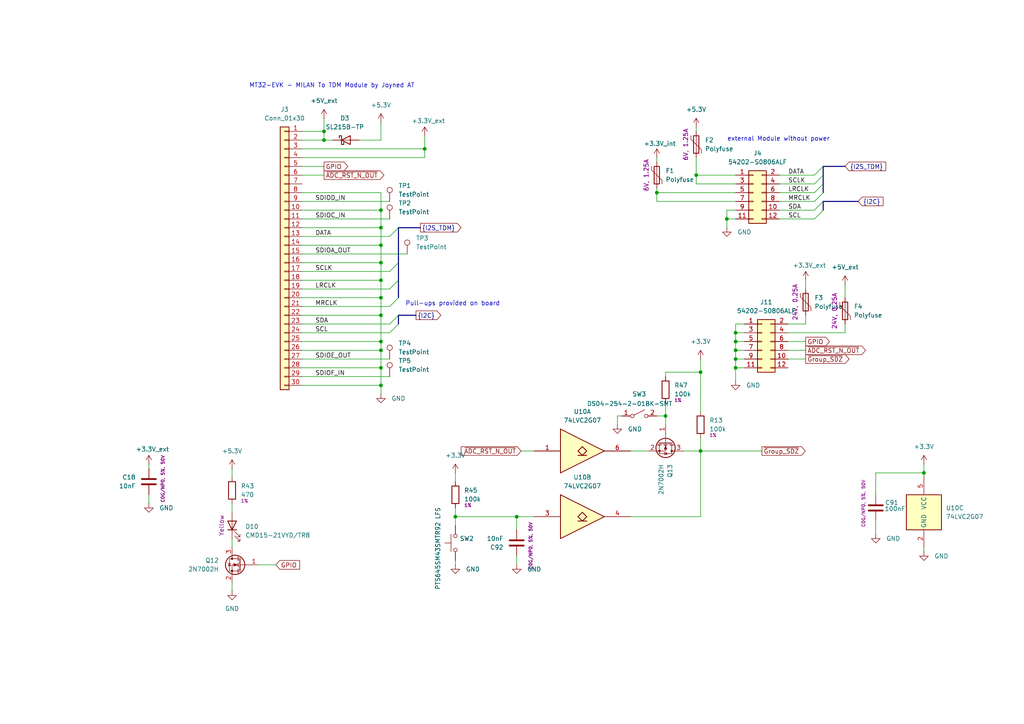
<source format=kicad_sch>
(kicad_sch (version 20250114) (generator "eeschema") (generator_version "9.0")
  (paper "A4")
  (title_block (title "Nathophone Driver Board") (date "2025-10-13") (rev "v0") (company "Juventus Technikerschule HF"))
  (lib_symbols
    (symbol "74xGxx:74LVC2G07"
      (property "Reference" "U" (at 0 7.62 0))
      (property "Value" "74LVC2G07" (at 2.54 -7.62 0))
      (symbol "74LVC2G07_1_1"
        (polyline (pts (xy -7.62 6.35) (xy -7.62 -6.35) (xy 5.08 0) (xy -7.62 6.35)) (stroke (width 0.254)) (fill (type background)))
        (polyline (pts (xy -2.54 -1.27) (xy 0 -1.27)) (stroke (width 0.254)) (fill (type background)))
        (polyline (pts (xy -1.27 1.27) (xy -2.54 0) (xy -1.27 -1.27) (xy 0 0) (xy -1.27 1.27)) (stroke (width 0.254)) (fill (type background)))
        (pin input line (at -15.24 0 0) (length 7.62) (name "~") (number "1"))
        (pin open_collector line (at 12.7 0 180) (length 7.62) (name "~") (number "6"))
      )
      (symbol "74LVC2G07_2_1"
        (polyline (pts (xy -7.62 6.35) (xy -7.62 -6.35) (xy 5.08 0) (xy -7.62 6.35)) (stroke (width 0.254)) (fill (type background)))
        (polyline (pts (xy -2.54 -1.27) (xy 0 -1.27)) (stroke (width 0.254)) (fill (type background)))
        (polyline (pts (xy -1.27 1.27) (xy -2.54 0) (xy -1.27 -1.27) (xy 0 0) (xy -1.27 1.27)) (stroke (width 0.254)) (fill (type background)))
        (pin input line (at -15.24 0 0) (length 7.62) (name "~") (number "3"))
        (pin open_collector line (at 12.7 0 180) (length 7.62) (name "~") (number "4"))
      )
      (symbol "74LVC2G07_3_0"
        (rectangle (start -5.08 -5.08) (end 5.08 5.08) (stroke (width 0.254)) (fill (type background)))
      )
      (symbol "74LVC2G07_3_1"
        (pin power_in line (at 0 10.16 270) (length 5.08) (name "VCC") (number "5"))
        (pin power_in line (at 0 -10.16 90) (length 5.08) (name "GND") (number "2"))
      )
    )
    (symbol "Connector:TestPoint" (pin_numbers (hide yes)) (pin_names (offset 0.762) (hide yes))
      (property "Reference" "TP" (at 0 6.858 0))
      (property "Value" "TestPoint" (at 0 5.08 0))
      (symbol "TestPoint_0_1"
        (circle (center 0 3.302) (radius 0.762))
      )
      (symbol "TestPoint_1_1"
        (pin passive line (at 0 0 90) (length 2.54) (name "1") (number "1"))
      )
    )
    (symbol "Connector_Generic:Conn_01x30" (pin_names (offset 1.016) (hide yes))
      (property "Reference" "J" (at 0 38.1 0))
      (property "Value" "Conn_01x30" (at 0 -40.64 0))
      (symbol "Conn_01x30_1_1"
        (rectangle (start -1.27 36.83) (end 1.27 -39.37) (stroke (width 0.254)) (fill (type background)))
        (rectangle (start -1.27 35.687) (end 0 35.433) (stroke (width 0.1524)))
        (rectangle (start -1.27 33.147) (end 0 32.893) (stroke (width 0.1524)))
        (rectangle (start -1.27 30.607) (end 0 30.353) (stroke (width 0.1524)))
        (rectangle (start -1.27 28.067) (end 0 27.813) (stroke (width 0.1524)))
        (rectangle (start -1.27 25.527) (end 0 25.273) (stroke (width 0.1524)))
        (rectangle (start -1.27 22.987) (end 0 22.733) (stroke (width 0.1524)))
        (rectangle (start -1.27 20.447) (end 0 20.193) (stroke (width 0.1524)))
        (rectangle (start -1.27 17.907) (end 0 17.653) (stroke (width 0.1524)))
        (rectangle (start -1.27 15.367) (end 0 15.113) (stroke (width 0.1524)))
        (rectangle (start -1.27 12.827) (end 0 12.573) (stroke (width 0.1524)))
        (rectangle (start -1.27 10.287) (end 0 10.033) (stroke (width 0.1524)))
        (rectangle (start -1.27 7.747) (end 0 7.493) (stroke (width 0.1524)))
        (rectangle (start -1.27 5.207) (end 0 4.953) (stroke (width 0.1524)))
        (rectangle (start -1.27 2.667) (end 0 2.413) (stroke (width 0.1524)))
        (rectangle (start -1.27 0.127) (end 0 -0.127) (stroke (width 0.1524)))
        (rectangle (start -1.27 -2.413) (end 0 -2.667) (stroke (width 0.1524)))
        (rectangle (start -1.27 -4.953) (end 0 -5.207) (stroke (width 0.1524)))
        (rectangle (start -1.27 -7.493) (end 0 -7.747) (stroke (width 0.1524)))
        (rectangle (start -1.27 -10.033) (end 0 -10.287) (stroke (width 0.1524)))
        (rectangle (start -1.27 -12.573) (end 0 -12.827) (stroke (width 0.1524)))
        (rectangle (start -1.27 -15.113) (end 0 -15.367) (stroke (width 0.1524)))
        (rectangle (start -1.27 -17.653) (end 0 -17.907) (stroke (width 0.1524)))
        (rectangle (start -1.27 -20.193) (end 0 -20.447) (stroke (width 0.1524)))
        (rectangle (start -1.27 -22.733) (end 0 -22.987) (stroke (width 0.1524)))
        (rectangle (start -1.27 -25.273) (end 0 -25.527) (stroke (width 0.1524)))
        (rectangle (start -1.27 -27.813) (end 0 -28.067) (stroke (width 0.1524)))
        (rectangle (start -1.27 -30.353) (end 0 -30.607) (stroke (width 0.1524)))
        (rectangle (start -1.27 -32.893) (end 0 -33.147) (stroke (width 0.1524)))
        (rectangle (start -1.27 -35.433) (end 0 -35.687) (stroke (width 0.1524)))
        (rectangle (start -1.27 -37.973) (end 0 -38.227) (stroke (width 0.1524)))
        (pin passive line (at -5.08 35.56 0) (length 3.81) (name "Pin_1") (number "1"))
        (pin passive line (at -5.08 33.02 0) (length 3.81) (name "Pin_2") (number "2"))
        (pin passive line (at -5.08 30.48 0) (length 3.81) (name "Pin_3") (number "3"))
        (pin passive line (at -5.08 27.94 0) (length 3.81) (name "Pin_4") (number "4"))
        (pin passive line (at -5.08 25.4 0) (length 3.81) (name "Pin_5") (number "5"))
        (pin passive line (at -5.08 22.86 0) (length 3.81) (name "Pin_6") (number "6"))
        (pin passive line (at -5.08 20.32 0) (length 3.81) (name "Pin_7") (number "7"))
        (pin passive line (at -5.08 17.78 0) (length 3.81) (name "Pin_8") (number "8"))
        (pin passive line (at -5.08 15.24 0) (length 3.81) (name "Pin_9") (number "9"))
        (pin passive line (at -5.08 12.7 0) (length 3.81) (name "Pin_10") (number "10"))
        (pin passive line (at -5.08 10.16 0) (length 3.81) (name "Pin_11") (number "11"))
        (pin passive line (at -5.08 7.62 0) (length 3.81) (name "Pin_12") (number "12"))
        (pin passive line (at -5.08 5.08 0) (length 3.81) (name "Pin_13") (number "13"))
        (pin passive line (at -5.08 2.54 0) (length 3.81) (name "Pin_14") (number "14"))
        (pin passive line (at -5.08 0 0) (length 3.81) (name "Pin_15") (number "15"))
        (pin passive line (at -5.08 -2.54 0) (length 3.81) (name "Pin_16") (number "16"))
        (pin passive line (at -5.08 -5.08 0) (length 3.81) (name "Pin_17") (number "17"))
        (pin passive line (at -5.08 -7.62 0) (length 3.81) (name "Pin_18") (number "18"))
        (pin passive line (at -5.08 -10.16 0) (length 3.81) (name "Pin_19") (number "19"))
        (pin passive line (at -5.08 -12.7 0) (length 3.81) (name "Pin_20") (number "20"))
        (pin passive line (at -5.08 -15.24 0) (length 3.81) (name "Pin_21") (number "21"))
        (pin passive line (at -5.08 -17.78 0) (length 3.81) (name "Pin_22") (number "22"))
        (pin passive line (at -5.08 -20.32 0) (length 3.81) (name "Pin_23") (number "23"))
        (pin passive line (at -5.08 -22.86 0) (length 3.81) (name "Pin_24") (number "24"))
        (pin passive line (at -5.08 -25.4 0) (length 3.81) (name "Pin_25") (number "25"))
        (pin passive line (at -5.08 -27.94 0) (length 3.81) (name "Pin_26") (number "26"))
        (pin passive line (at -5.08 -30.48 0) (length 3.81) (name "Pin_27") (number "27"))
        (pin passive line (at -5.08 -33.02 0) (length 3.81) (name "Pin_28") (number "28"))
        (pin passive line (at -5.08 -35.56 0) (length 3.81) (name "Pin_29") (number "29"))
        (pin passive line (at -5.08 -38.1 0) (length 3.81) (name "Pin_30") (number "30"))
      )
    )
    (symbol "Connector_Generic:Conn_02x06_Odd_Even" (pin_names (offset 1.016) (hide yes))
      (property "Reference" "J" (at 1.27 7.62 0))
      (property "Value" "Conn_02x06_Odd_Even" (at 1.27 -10.16 0))
      (symbol "Conn_02x06_Odd_Even_1_1"
        (rectangle (start -1.27 6.35) (end 3.81 -8.89) (stroke (width 0.254)) (fill (type background)))
        (rectangle (start -1.27 5.207) (end 0 4.953) (stroke (width 0.1524)))
        (rectangle (start -1.27 2.667) (end 0 2.413) (stroke (width 0.1524)))
        (rectangle (start -1.27 0.127) (end 0 -0.127) (stroke (width 0.1524)))
        (rectangle (start -1.27 -2.413) (end 0 -2.667) (stroke (width 0.1524)))
        (rectangle (start -1.27 -4.953) (end 0 -5.207) (stroke (width 0.1524)))
        (rectangle (start -1.27 -7.493) (end 0 -7.747) (stroke (width 0.1524)))
        (rectangle (start 3.81 5.207) (end 2.54 4.953) (stroke (width 0.1524)))
        (rectangle (start 3.81 2.667) (end 2.54 2.413) (stroke (width 0.1524)))
        (rectangle (start 3.81 0.127) (end 2.54 -0.127) (stroke (width 0.1524)))
        (rectangle (start 3.81 -2.413) (end 2.54 -2.667) (stroke (width 0.1524)))
        (rectangle (start 3.81 -4.953) (end 2.54 -5.207) (stroke (width 0.1524)))
        (rectangle (start 3.81 -7.493) (end 2.54 -7.747) (stroke (width 0.1524)))
        (pin passive line (at -5.08 5.08 0) (length 3.81) (name "Pin_1") (number "1"))
        (pin passive line (at -5.08 2.54 0) (length 3.81) (name "Pin_3") (number "3"))
        (pin passive line (at -5.08 0 0) (length 3.81) (name "Pin_5") (number "5"))
        (pin passive line (at -5.08 -2.54 0) (length 3.81) (name "Pin_7") (number "7"))
        (pin passive line (at -5.08 -5.08 0) (length 3.81) (name "Pin_9") (number "9"))
        (pin passive line (at -5.08 -7.62 0) (length 3.81) (name "Pin_11") (number "11"))
        (pin passive line (at 7.62 5.08 180) (length 3.81) (name "Pin_2") (number "2"))
        (pin passive line (at 7.62 2.54 180) (length 3.81) (name "Pin_4") (number "4"))
        (pin passive line (at 7.62 0 180) (length 3.81) (name "Pin_6") (number "6"))
        (pin passive line (at 7.62 -2.54 180) (length 3.81) (name "Pin_8") (number "8"))
        (pin passive line (at 7.62 -5.08 180) (length 3.81) (name "Pin_10") (number "10"))
        (pin passive line (at 7.62 -7.62 180) (length 3.81) (name "Pin_12") (number "12"))
      )
    )
    (symbol "Device:C" (pin_numbers (hide yes)) (pin_names (offset 0.254))
      (property "Reference" "C" (at 0.635 2.54 0))
      (property "Value" "C" (at 0.635 -2.54 0))
      (symbol "C_0_1"
        (polyline (pts (xy -2.032 0.762) (xy 2.032 0.762)) (stroke (width 0.508)))
        (polyline (pts (xy -2.032 -0.762) (xy 2.032 -0.762)) (stroke (width 0.508)))
      )
      (symbol "C_1_1"
        (pin passive line (at 0 3.81 270) (length 2.794) (name "~") (number "1"))
        (pin passive line (at 0 -3.81 90) (length 2.794) (name "~") (number "2"))
      )
    )
    (symbol "Device:LED" (pin_numbers (hide yes)) (pin_names (offset 1.016) (hide yes))
      (property "Reference" "D" (at 0 2.54 0))
      (property "Value" "LED" (at 0 -2.54 0))
      (symbol "LED_0_1"
        (polyline (pts (xy -3.048 -0.762) (xy -4.572 -2.286) (xy -3.81 -2.286) (xy -4.572 -2.286) (xy -4.572 -1.524)))
        (polyline (pts (xy -1.778 -0.762) (xy -3.302 -2.286) (xy -2.54 -2.286) (xy -3.302 -2.286) (xy -3.302 -1.524)))
        (polyline (pts (xy -1.27 0) (xy 1.27 0)))
        (polyline (pts (xy -1.27 -1.27) (xy -1.27 1.27)) (stroke (width 0.254)))
        (polyline (pts (xy 1.27 -1.27) (xy 1.27 1.27) (xy -1.27 0) (xy 1.27 -1.27)) (stroke (width 0.254)))
      )
      (symbol "LED_1_1"
        (pin passive line (at -3.81 0 0) (length 2.54) (name "K") (number "1"))
        (pin passive line (at 3.81 0 180) (length 2.54) (name "A") (number "2"))
      )
    )
    (symbol "Device:Polyfuse" (pin_numbers (hide yes)) (pin_names (offset 0))
      (property "Reference" "F" (at -2.54 0 90))
      (property "Value" "Polyfuse" (at 2.54 0 90))
      (symbol "Polyfuse_0_1"
        (polyline (pts (xy -1.524 2.54) (xy -1.524 1.524) (xy 1.524 -1.524) (xy 1.524 -2.54)))
        (rectangle (start -0.762 2.54) (end 0.762 -2.54) (stroke (width 0.254)))
        (polyline (pts (xy 0 2.54) (xy 0 -2.54)))
      )
      (symbol "Polyfuse_1_1"
        (pin passive line (at 0 3.81 270) (length 1.27) (name "~") (number "1"))
        (pin passive line (at 0 -3.81 90) (length 1.27) (name "~") (number "2"))
      )
    )
    (symbol "Device:R" (pin_numbers (hide yes)) (pin_names (offset 0))
      (property "Reference" "R" (at 2.032 0 90))
      (property "Value" "R" (at 0 0 90))
      (symbol "R_0_1"
        (rectangle (start -1.016 -2.54) (end 1.016 2.54) (stroke (width 0.254)))
      )
      (symbol "R_1_1"
        (pin passive line (at 0 3.81 270) (length 1.27) (name "~") (number "1"))
        (pin passive line (at 0 -3.81 90) (length 1.27) (name "~") (number "2"))
      )
    )
    (symbol "Diode:B220" (pin_numbers (hide yes)) (pin_names (offset 1.016) (hide yes))
      (property "Reference" "D" (at 0 2.54 0))
      (property "Value" "B220" (at 0 -2.54 0))
      (symbol "B220_0_1"
        (polyline (pts (xy -1.905 0.635) (xy -1.905 1.27) (xy -1.27 1.27) (xy -1.27 -1.27) (xy -0.635 -1.27) (xy -0.635 -0.635)) (stroke (width 0.254)))
        (polyline (pts (xy 1.27 1.27) (xy 1.27 -1.27) (xy -1.27 0) (xy 1.27 1.27)) (stroke (width 0.254)))
        (polyline (pts (xy 1.27 0) (xy -1.27 0)))
      )
      (symbol "B220_1_1"
        (pin passive line (at -3.81 0 0) (length 2.54) (name "K") (number "1"))
        (pin passive line (at 3.81 0 180) (length 2.54) (name "A") (number "2"))
      )
    )
    (symbol "Switch:SW_Push" (pin_numbers (hide yes)) (pin_names (offset 1.016) (hide yes))
      (property "Reference" "SW" (at 1.27 2.54 0))
      (property "Value" "SW_Push" (at 0 -1.524 0))
      (symbol "SW_Push_0_1"
        (circle (center -2.032 0) (radius 0.508))
        (polyline (pts (xy 0 1.27) (xy 0 3.048)))
        (circle (center 2.032 0) (radius 0.508))
        (polyline (pts (xy 2.54 1.27) (xy -2.54 1.27)))
        (pin passive line (at -5.08 0 0) (length 2.54) (name "1") (number "1"))
        (pin passive line (at 5.08 0 180) (length 2.54) (name "2") (number "2"))
      )
    )
    (symbol "Switch:SW_SPST" (pin_names (offset 0) (hide yes))
      (property "Reference" "SW" (at 0 3.175 0))
      (property "Value" "SW_SPST" (at 0 -2.54 0))
      (symbol "SW_SPST_0_0"
        (circle (center -2.032 0) (radius 0.508))
        (polyline (pts (xy -1.524 0.254) (xy 1.524 1.778)))
        (circle (center 2.032 0) (radius 0.508))
      )
      (symbol "SW_SPST_1_1"
        (pin passive line (at -5.08 0 0) (length 2.54) (name "A") (number "1"))
        (pin passive line (at 5.08 0 180) (length 2.54) (name "B") (number "2"))
      )
    )
    (symbol "Transistor_FET:2N7002H" (pin_names (offset 0) (hide yes))
      (property "Reference" "Q" (at 5.08 1.905 0))
      (property "Value" "2N7002H" (at 5.08 0 0))
      (symbol "2N7002H_0_1"
        (polyline (pts (xy 0.254 1.905) (xy 0.254 -1.905)) (stroke (width 0.254)))
        (polyline (pts (xy 0.254 0) (xy -2.54 0)))
        (polyline (pts (xy 0.762 2.286) (xy 0.762 1.27)) (stroke (width 0.254)))
        (polyline (pts (xy 0.762 0.508) (xy 0.762 -0.508)) (stroke (width 0.254)))
        (polyline (pts (xy 0.762 -1.27) (xy 0.762 -2.286)) (stroke (width 0.254)))
        (polyline (pts (xy 0.762 -1.778) (xy 3.302 -1.778) (xy 3.302 1.778) (xy 0.762 1.778)))
        (polyline (pts (xy 1.016 0) (xy 2.032 0.381) (xy 2.032 -0.381) (xy 1.016 0)) (fill (type outline)))
        (circle (center 1.651 0) (radius 2.794) (stroke (width 0.254)))
        (polyline (pts (xy 2.54 2.54) (xy 2.54 1.778)))
        (circle (center 2.54 1.778) (radius 0.254) (fill (type outline)))
        (circle (center 2.54 -1.778) (radius 0.254) (fill (type outline)))
        (polyline (pts (xy 2.54 -2.54) (xy 2.54 0) (xy 0.762 0)))
        (polyline (pts (xy 2.921 0.381) (xy 3.683 0.381)))
        (polyline (pts (xy 3.302 0.381) (xy 2.921 -0.254) (xy 3.683 -0.254) (xy 3.302 0.381)))
      )
      (symbol "2N7002H_1_1"
        (pin input line (at -5.08 0 0) (length 2.54) (name "G") (number "1"))
        (pin passive line (at 2.54 5.08 270) (length 2.54) (name "D") (number "3"))
        (pin passive line (at 2.54 -5.08 90) (length 2.54) (name "S") (number "2"))
      )
    )
    (symbol "power:+3.3V" (power) (pin_numbers (hide yes)) (pin_names (offset 0) (hide yes))
      (property "Value" "+3.3V" (at 0 3.556 0))
      (symbol "+3.3V_0_1"
        (polyline (pts (xy -0.762 1.27) (xy 0 2.54)))
        (polyline (pts (xy 0 2.54) (xy 0.762 1.27)))
        (polyline (pts (xy 0 0) (xy 0 2.54)))
      )
      (symbol "+3.3V_1_1"
        (pin power_in line (at 0 0 90) (length 0) (name "~") (number "1"))
      )
    )
    (symbol "power:+5V" (power) (pin_numbers (hide yes)) (pin_names (offset 0) (hide yes))
      (property "Value" "+5V" (at 0 3.556 0))
      (symbol "+5V_0_1"
        (polyline (pts (xy -0.762 1.27) (xy 0 2.54)))
        (polyline (pts (xy 0 2.54) (xy 0.762 1.27)))
        (polyline (pts (xy 0 0) (xy 0 2.54)))
      )
      (symbol "+5V_1_1"
        (pin power_in line (at 0 0 90) (length 0) (name "~") (number "1"))
      )
    )
    (symbol "power:GND" (power) (pin_numbers (hide yes)) (pin_names (offset 0) (hide yes))
      (property "Value" "GND" (at 0 -3.81 0))
      (symbol "GND_0_1"
        (polyline (pts (xy 0 0) (xy 0 -1.27) (xy 1.27 -1.27) (xy 0 -2.54) (xy -1.27 -1.27) (xy 0 -1.27)))
      )
      (symbol "GND_1_1"
        (pin power_in line (at 0 0 270) (length 0) (name "~") (number "1"))
      )
    )
  )
  (bus_alias "DRV_FAULTS" (members))
  (text "MT32-EVK - MILAN To TDM Module by Joyned AT" (at 96.266 24.892 0) (effects (font (size 1.27 1.27))))
  (text "external Module without power" (at 225.806 40.386 0) (effects (font (size 1.27 1.27))))
  (text "Pull-ups provided on board\n" (at 131.318 88.138 0) (effects (font (size 1.27 1.27))))
  (junction (at 110.49 81.28))
  (junction (at 110.49 101.6))
  (junction (at 213.36 106.68))
  (junction (at 267.97 137.16))
  (junction (at 110.49 66.04))
  (junction (at 149.86 149.86))
  (junction (at 110.49 111.76))
  (junction (at 201.93 50.8))
  (junction (at 110.49 99.06))
  (junction (at 132.08 149.86))
  (junction (at 93.98 38.1))
  (junction (at 213.36 104.14))
  (junction (at 203.2 107.95))
  (junction (at 190.5 55.88))
  (junction (at 193.04 120.65))
  (junction (at 93.98 40.64))
  (junction (at 213.36 99.06))
  (junction (at 110.49 86.36))
  (junction (at 213.36 101.6))
  (junction (at 110.49 71.12))
  (junction (at 110.49 106.68))
  (junction (at 110.49 60.96))
  (junction (at 203.2 130.81))
  (junction (at 210.82 63.5))
  (junction (at 213.36 96.52))
  (junction (at 123.19 43.18))
  (junction (at 110.49 76.2))
  (junction (at 110.49 91.44))
  (bus_entry (at 238.76 55.88) (size -2.54 2.54))
  (bus_entry (at 115.57 66.04) (size -2.54 2.54))
  (bus_entry (at 238.76 48.26) (size -2.54 2.54))
  (bus_entry (at 238.76 58.42) (size -2.54 2.54))
  (bus_entry (at 115.57 81.28) (size -2.54 2.54))
  (bus_entry (at 238.76 60.96) (size -2.54 2.54))
  (bus_entry (at 115.57 76.2) (size -2.54 2.54))
  (bus_entry (at 115.57 91.44) (size -2.54 2.54))
  (bus_entry (at 238.76 50.8) (size -2.54 2.54))
  (bus_entry (at 238.76 53.34) (size -2.54 2.54))
  (bus_entry (at 115.57 93.98) (size -2.54 2.54))
  (bus_entry (at 115.57 86.36) (size -2.54 2.54))
  (wire (pts (xy 87.63 58.42) (xy 113.03 58.42)))
  (wire (pts (xy 203.2 107.95) (xy 203.2 119.38)))
  (wire (pts (xy 87.63 55.88) (xy 110.49 55.88)))
  (bus (pts (xy 115.57 81.28) (xy 115.57 86.36)))
  (wire (pts (xy 87.63 78.74) (xy 113.03 78.74)))
  (wire (pts (xy 67.31 135.89) (xy 67.31 138.43)))
  (bus (pts (xy 238.76 50.8) (xy 238.76 53.34)))
  (wire (pts (xy 93.98 40.64) (xy 96.52 40.64)))
  (wire (pts (xy 87.63 60.96) (xy 110.49 60.96)))
  (wire (pts (xy 87.63 43.18) (xy 123.19 43.18)))
  (wire (pts (xy 213.36 99.06) (xy 213.36 96.52)))
  (wire (pts (xy 203.2 104.14) (xy 203.2 107.95)))
  (wire (pts (xy 87.63 101.6) (xy 110.49 101.6)))
  (wire (pts (xy 210.82 63.5) (xy 210.82 66.04)))
  (wire (pts (xy 110.49 111.76) (xy 110.49 106.68)))
  (wire (pts (xy 149.86 149.86) (xy 132.08 149.86)))
  (wire (pts (xy 213.36 99.06) (xy 215.9 99.06)))
  (wire (pts (xy 149.86 153.67) (xy 149.86 149.86)))
  (wire (pts (xy 203.2 127) (xy 203.2 130.81)))
  (wire (pts (xy 132.08 149.86) (xy 132.08 152.4)))
  (bus (pts (xy 115.57 66.04) (xy 121.92 66.04)))
  (wire (pts (xy 213.36 106.68) (xy 213.36 104.14)))
  (wire (pts (xy 87.63 76.2) (xy 110.49 76.2)))
  (wire (pts (xy 228.6 101.6) (xy 233.68 101.6)))
  (wire (pts (xy 213.36 104.14) (xy 215.9 104.14)))
  (wire (pts (xy 110.49 55.88) (xy 110.49 60.96)))
  (wire (pts (xy 245.11 93.98) (xy 245.11 96.52)))
  (wire (pts (xy 233.68 91.44) (xy 233.68 93.98)))
  (wire (pts (xy 87.63 93.98) (xy 113.03 93.98)))
  (bus (pts (xy 238.76 58.42) (xy 238.76 60.96)))
  (wire (pts (xy 254 143.51) (xy 254 137.16)))
  (bus (pts (xy 115.57 91.44) (xy 115.57 93.98)))
  (wire (pts (xy 87.63 40.64) (xy 93.98 40.64)))
  (wire (pts (xy 213.36 110.49) (xy 213.36 106.68)))
  (wire (pts (xy 213.36 96.52) (xy 215.9 96.52)))
  (wire (pts (xy 151.13 130.81) (xy 154.94 130.81)))
  (wire (pts (xy 110.49 114.3) (xy 110.49 111.76)))
  (wire (pts (xy 87.63 38.1) (xy 93.98 38.1)))
  (wire (pts (xy 201.93 36.83) (xy 201.93 38.1)))
  (wire (pts (xy 226.06 50.8) (xy 236.22 50.8)))
  (wire (pts (xy 110.49 35.56) (xy 110.49 40.64)))
  (wire (pts (xy 87.63 66.04) (xy 110.49 66.04)))
  (wire (pts (xy 210.82 60.96) (xy 210.82 63.5)))
  (wire (pts (xy 87.63 83.82) (xy 113.03 83.82)))
  (wire (pts (xy 233.68 93.98) (xy 228.6 93.98)))
  (bus (pts (xy 115.57 66.04) (xy 115.57 76.2)))
  (wire (pts (xy 201.93 45.72) (xy 201.93 50.8)))
  (wire (pts (xy 93.98 40.64) (xy 93.98 38.1)))
  (wire (pts (xy 110.49 99.06) (xy 110.49 91.44)))
  (bus (pts (xy 245.11 48.26) (xy 238.76 48.26)))
  (wire (pts (xy 190.5 45.72) (xy 190.5 46.99)))
  (wire (pts (xy 110.49 66.04) (xy 110.49 71.12)))
  (wire (pts (xy 245.11 82.55) (xy 245.11 86.36)))
  (wire (pts (xy 43.18 135.89) (xy 43.18 134.62)))
  (wire (pts (xy 93.98 34.29) (xy 93.98 38.1)))
  (wire (pts (xy 87.63 63.5) (xy 113.03 63.5)))
  (wire (pts (xy 182.88 130.81) (xy 187.96 130.81)))
  (wire (pts (xy 110.49 101.6) (xy 110.49 99.06)))
  (wire (pts (xy 190.5 54.61) (xy 190.5 55.88)))
  (wire (pts (xy 190.5 55.88) (xy 213.36 55.88)))
  (wire (pts (xy 110.49 81.28) (xy 110.49 76.2)))
  (wire (pts (xy 87.63 111.76) (xy 110.49 111.76)))
  (wire (pts (xy 228.6 104.14) (xy 233.68 104.14)))
  (wire (pts (xy 228.6 96.52) (xy 245.11 96.52)))
  (wire (pts (xy 226.06 60.96) (xy 236.22 60.96)))
  (bus (pts (xy 115.57 76.2) (xy 115.57 81.28)))
  (wire (pts (xy 87.63 81.28) (xy 110.49 81.28)))
  (wire (pts (xy 180.34 120.65) (xy 179.07 120.65)))
  (wire (pts (xy 190.5 120.65) (xy 193.04 120.65)))
  (wire (pts (xy 67.31 156.21) (xy 67.31 158.75)))
  (wire (pts (xy 87.63 73.66) (xy 118.11 73.66)))
  (wire (pts (xy 132.08 137.16) (xy 132.08 139.7)))
  (wire (pts (xy 132.08 162.56) (xy 132.08 163.83)))
  (wire (pts (xy 87.63 109.22) (xy 113.03 109.22)))
  (wire (pts (xy 203.2 130.81) (xy 220.98 130.81)))
  (wire (pts (xy 110.49 71.12) (xy 110.49 76.2)))
  (wire (pts (xy 198.12 130.81) (xy 203.2 130.81)))
  (wire (pts (xy 233.68 81.28) (xy 233.68 83.82)))
  (wire (pts (xy 190.5 58.42) (xy 213.36 58.42)))
  (wire (pts (xy 193.04 109.22) (xy 193.04 107.95)))
  (wire (pts (xy 87.63 68.58) (xy 113.03 68.58)))
  (wire (pts (xy 74.93 163.83) (xy 80.01 163.83)))
  (wire (pts (xy 213.36 104.14) (xy 213.36 101.6)))
  (bus (pts (xy 238.76 48.26) (xy 238.76 50.8)))
  (wire (pts (xy 201.93 50.8) (xy 213.36 50.8)))
  (wire (pts (xy 213.36 106.68) (xy 215.9 106.68)))
  (wire (pts (xy 182.88 149.86) (xy 203.2 149.86)))
  (wire (pts (xy 110.49 40.64) (xy 104.14 40.64)))
  (bus (pts (xy 238.76 53.34) (xy 238.76 55.88)))
  (wire (pts (xy 226.06 53.34) (xy 236.22 53.34)))
  (bus (pts (xy 248.92 58.42) (xy 238.76 58.42)))
  (wire (pts (xy 87.63 96.52) (xy 113.03 96.52)))
  (wire (pts (xy 254 151.13) (xy 254 154.94)))
  (wire (pts (xy 226.06 58.42) (xy 236.22 58.42)))
  (wire (pts (xy 193.04 107.95) (xy 203.2 107.95)))
  (wire (pts (xy 132.08 147.32) (xy 132.08 149.86)))
  (wire (pts (xy 87.63 99.06) (xy 110.49 99.06)))
  (wire (pts (xy 179.07 120.65) (xy 179.07 123.19)))
  (wire (pts (xy 201.93 53.34) (xy 201.93 50.8)))
  (wire (pts (xy 203.2 149.86) (xy 203.2 130.81)))
  (wire (pts (xy 226.06 63.5) (xy 236.22 63.5)))
  (wire (pts (xy 213.36 53.34) (xy 201.93 53.34)))
  (wire (pts (xy 210.82 60.96) (xy 213.36 60.96)))
  (wire (pts (xy 267.97 158.75) (xy 267.97 160.02)))
  (wire (pts (xy 193.04 120.65) (xy 193.04 123.19)))
  (wire (pts (xy 190.5 55.88) (xy 190.5 58.42)))
  (wire (pts (xy 110.49 106.68) (xy 110.49 101.6)))
  (wire (pts (xy 110.49 86.36) (xy 110.49 81.28)))
  (wire (pts (xy 87.63 71.12) (xy 110.49 71.12)))
  (wire (pts (xy 87.63 104.14) (xy 113.03 104.14)))
  (wire (pts (xy 43.18 143.51) (xy 43.18 146.05)))
  (wire (pts (xy 67.31 146.05) (xy 67.31 148.59)))
  (wire (pts (xy 213.36 96.52) (xy 213.36 93.98)))
  (wire (pts (xy 149.86 149.86) (xy 154.94 149.86)))
  (wire (pts (xy 110.49 91.44) (xy 110.49 86.36)))
  (wire (pts (xy 87.63 106.68) (xy 110.49 106.68)))
  (wire (pts (xy 267.97 134.62) (xy 267.97 137.16)))
  (wire (pts (xy 87.63 50.8) (xy 93.98 50.8)))
  (wire (pts (xy 213.36 101.6) (xy 213.36 99.06)))
  (wire (pts (xy 87.63 91.44) (xy 110.49 91.44)))
  (wire (pts (xy 110.49 60.96) (xy 110.49 66.04)))
  (wire (pts (xy 267.97 137.16) (xy 267.97 138.43)))
  (wire (pts (xy 228.6 99.06) (xy 233.68 99.06)))
  (wire (pts (xy 193.04 116.84) (xy 193.04 120.65)))
  (wire (pts (xy 123.19 45.72) (xy 123.19 43.18)))
  (wire (pts (xy 87.63 86.36) (xy 110.49 86.36)))
  (wire (pts (xy 123.19 39.37) (xy 123.19 43.18)))
  (wire (pts (xy 226.06 55.88) (xy 236.22 55.88)))
  (wire (pts (xy 87.63 88.9) (xy 113.03 88.9)))
  (wire (pts (xy 67.31 168.91) (xy 67.31 171.45)))
  (wire (pts (xy 213.36 101.6) (xy 215.9 101.6)))
  (bus (pts (xy 120.65 91.44) (xy 115.57 91.44)))
  (wire (pts (xy 213.36 93.98) (xy 215.9 93.98)))
  (wire (pts (xy 87.63 45.72) (xy 123.19 45.72)))
  (wire (pts (xy 87.63 48.26) (xy 93.98 48.26)))
  (wire (pts (xy 149.86 161.29) (xy 149.86 163.83)))
  (wire (pts (xy 254 137.16) (xy 267.97 137.16)))
  (wire (pts (xy 210.82 63.5) (xy 213.36 63.5)))
  (label "MRCLK" (at 91.44 88.9 0))
  (label "SDA" (at 91.44 93.98 0))
  (label "SDIOE_OUT" (at 91.44 104.14 0))
  (label "SCL" (at 228.6 63.5 0))
  (label "LRCLK" (at 91.44 83.82 0))
  (label "SDIOC_IN" (at 91.44 63.5 0))
  (label "DATA" (at 91.44 68.58 0))
  (label "SDIOA_OUT" (at 91.44 73.66 0))
  (label "SCL" (at 91.44 96.52 0))
  (label "LRCLK" (at 228.6 55.88 0))
  (label "SDIOD_IN" (at 91.44 58.42 0))
  (label "SDIOF_IN" (at 91.44 109.22 0))
  (label "MRCLK" (at 228.6 58.42 0))
  (label "SCLK" (at 91.44 78.74 0))
  (label "SDA" (at 228.6 60.96 0))
  (label "SCLK" (at 228.6 53.34 0))
  (label "DATA" (at 228.6 50.8 0))
  (global_label "~{ADC_RST_N_OUT}" (shape output) (at 93.98 50.8 0) (property "Intersheetrefs" "${INTERSHEET_REFS}" (effects (hide yes))))
  (global_label "{I2S_TDM}" (shape output) (at 121.92 66.04 0) (property "Intersheetrefs" "${INTERSHEET_REFS}" (effects (hide yes))))
  (global_label "~{ADC_RST_N_OUT}" (shape input) (at 151.13 130.81 180) (property "Intersheetrefs" "${INTERSHEET_REFS}" (effects (hide yes))))
  (global_label "{I2C}" (shape input) (at 248.92 58.42 0) (property "Intersheetrefs" "${INTERSHEET_REFS}" (effects (hide yes))))
  (global_label "~{Group_SDZ}" (shape output) (at 233.68 104.14 0) (property "Intersheetrefs" "${INTERSHEET_REFS}" (effects (hide yes))))
  (global_label "GPIO" (shape output) (at 233.68 99.06 0) (property "Intersheetrefs" "${INTERSHEET_REFS}" (effects (hide yes))))
  (global_label "{I2C}" (shape output) (at 120.65 91.44 0) (property "Intersheetrefs" "${INTERSHEET_REFS}" (effects (hide yes))))
  (global_label "~{ADC_RST_N_OUT}" (shape output) (at 233.68 101.6 0) (property "Intersheetrefs" "${INTERSHEET_REFS}" (effects (hide yes))))
  (global_label "~{Group_SDZ}" (shape output) (at 220.98 130.81 0) (property "Intersheetrefs" "${INTERSHEET_REFS}" (effects (hide yes))))
  (global_label "GPIO" (shape output) (at 93.98 48.26 0) (property "Intersheetrefs" "${INTERSHEET_REFS}" (effects (hide yes))))
  (global_label "{I2S_TDM}" (shape input) (at 245.11 48.26 0) (property "Intersheetrefs" "${INTERSHEET_REFS}" (effects (hide yes))))
  (global_label "GPIO" (shape input) (at 80.01 163.83 0) (property "Intersheetrefs" "${INTERSHEET_REFS}" (effects (hide yes))))
  (symbol (lib_id "Switch:SW_SPST") (at 185.42 120.65 0) (unit 1)
    (property "Reference" "SW3" (at 185.42 114.3 0))
    (property "Value" "DS04-254-2-01BK-SMT" (at 182.626 117.094 0))
    (property "Footprint" "symbols_footprints:SW_DS04-254-2-01BK-SMT" (effects (hide yes)))
    (property "Datasheet" "https://www.cuidevices.com/product/resource/ds04-254-smt.pdf" (effects (hide yes)))
    (property "Description" "Single Pole Single Throw (SPST) switch" (effects (hide yes)))
    (property "DigiKey_PartNo" "2223-DS04-254-2-01BK-SMT-ND" (effects (hide yes)))
    (property "MPN" "DS04-254-2-01BK-SMT" (effects (hide yes)))
  )
  (symbol (lib_id "power:GND") (at 267.97 160.02 0) (unit 1)
    (property "Reference" "#PWR0145" (effects (hide yes)))
    (property "Value" "GND" (at 273.05 161.29 0))
    (property "Description" "Power symbol creates a global label with name \"GND\" , ground" (effects (hide yes)))
  )
  (symbol (lib_id "Connector:TestPoint") (at 113.03 104.14 0) (unit 1)
    (property "Reference" "TP4" (at 115.57 99.5679 0) (effects (justify left)))
    (property "Value" "TestPoint" (at 115.57 102.1079 0) (effects (justify left)))
    (property "Footprint" "TestPoint:TestPoint_Pad_D2.0mm" (effects (hide yes)))
    (property "Description" "test point" (effects (hide yes)))
  )
  (symbol (lib_id "Device:Polyfuse") (at 245.11 90.17 0) (unit 1)
    (property "Reference" "F4" (at 247.65 88.8999 0) (effects (justify left)))
    (property "Value" "Polyfuse" (at 247.65 91.4399 0) (effects (justify left)))
    (property "Footprint" "Fuse:Fuse_1206_3216Metric" (effects (hide yes)))
    (property "Datasheet" "https://belfuse.com/media/datasheets/products/circuit-protection/ds-cp-0zcj-series.pdf" (effects (hide yes)))
    (property "Description" "Resettable fuse, polymeric positive temperature coefficient" (effects (hide yes)))
    (property "DigiKey_PartNo" "5923-0ZCJ0025AF2ETR-ND" (effects (hide yes)))
    (property "Key Info" "24V, 0.25A" (at 242.062 90.17 90))
    (property "MPN" "0ZCJ0025AF2E" (effects (hide yes)))
  )
  (symbol (lib_id "Device:LED") (at 67.31 152.4 90) (unit 1)
    (property "Reference" "D10" (at 71.12 152.7174 90) (effects (justify right)))
    (property "Value" "CMD15-21VYD/TR8" (at 71.12 155.2574 90) (effects (justify right)))
    (property "Footprint" "LED_SMD:LED_1206_3216Metric" (effects (hide yes)))
    (property "Datasheet" "https://mm.digikey.com/Volume0/opasdata/d220001/medias/docus/4208/CMD15-21_Rev8.pdf" (effects (hide yes)))
    (property "Description" "Light emitting diode" (effects (hide yes)))
    (property "Sim.Pins" "1=K 2=A" (effects (hide yes)))
    (property "DigiKey_PartNo" "L62307TR-ND" (effects (hide yes)))
    (property "Key Info" "Yellow" (at 64.262 152.4 0))
    (property "MPN" "CMD15-21VYD/TR8" (effects (hide yes)))
  )
  (symbol (lib_id "power:+5V") (at 93.98 34.29 0) (unit 1)
    (property "Reference" "#PWR0133" (effects (hide yes)))
    (property "Value" "+5V_ext" (at 93.98 29.21 0))
    (property "Description" "Power symbol creates a global label with name \"+5V\"" (effects (hide yes)))
  )
  (symbol (lib_id "74xGxx:74LVC2G07") (at 170.18 130.81 0) (unit 1)
    (property "Reference" "U10" (at 168.91 119.38 0))
    (property "Value" "74LVC2G07" (at 168.91 121.92 0))
    (property "Footprint" "symbols_footprints:SOT65P210X110-6N" (effects (hide yes)))
    (property "Datasheet" "https://www.ti.com/lit/ds/sces308l/sces308l.pdf" (effects (hide yes)))
    (property "Description" "Dual Buffer, Open Drain, Low-Voltage CMOS" (effects (hide yes)))
    (property "DigiKey_PartNo" "296-13495-2-ND" (effects (hide yes)))
    (property "MPN" "SN74LVC2G07DCKR" (effects (hide yes)))
  )
  (symbol (lib_id "power:+3.3V") (at 123.19 39.37 0) (unit 1)
    (property "Reference" "#PWR048" (effects (hide yes)))
    (property "Value" "+3.3V_ext" (at 119.38 35.052 0) (effects (justify left)))
    (property "Description" "Power symbol creates a global label with name \"+3.3V\"" (effects (hide yes)))
  )
  (symbol (lib_id "power:+5V") (at 110.49 35.56 0) (unit 1)
    (property "Reference" "#PWR046" (effects (hide yes)))
    (property "Value" "+5.3V" (at 110.49 30.48 0))
    (property "Description" "Power symbol creates a global label with name \"+5V\"" (effects (hide yes)))
  )
  (symbol (lib_id "Device:C") (at 254 147.32 0) (unit 1)
    (property "Reference" "C91" (at 260.604 145.796 0) (effects (justify right)))
    (property "Value" "100nF" (at 262.636 147.574 0) (effects (justify right)))
    (property "Footprint" "Capacitor_SMD:C_1206_3216Metric" (effects (hide yes)))
    (property "Datasheet" "https://search.murata.co.jp/Ceramy/image/img/A01X/G101/ENG/GRM3195C1H104JA05-01A.pdf" (effects (hide yes)))
    (property "Description" "Unpolarized capacitor" (effects (hide yes)))
    (property "DigiKey_PartNo" "490-GRM3195C1H104JA05DTR-ND" (effects (hide yes)))
    (property "Key Info" "C0G/NP0, 5%, 50V" (at 250.444 152.908 90) (effects (font (size 0.9525 0.9525)) (justify left)))
    (property "MPN" "GRM3195C1H104JA05D" (effects (hide yes)))
  )
  (symbol (lib_id "Device:Polyfuse") (at 233.68 87.63 0) (unit 1)
    (property "Reference" "F3" (at 236.22 86.3599 0) (effects (justify left)))
    (property "Value" "Polyfuse" (at 236.22 88.8999 0) (effects (justify left)))
    (property "Footprint" "Fuse:Fuse_1206_3216Metric" (effects (hide yes)))
    (property "Datasheet" "https://belfuse.com/media/datasheets/products/circuit-protection/ds-cp-0zcj-series.pdf" (effects (hide yes)))
    (property "Description" "Resettable fuse, polymeric positive temperature coefficient" (effects (hide yes)))
    (property "DigiKey_PartNo" "5923-0ZCJ0025AF2ETR-ND" (effects (hide yes)))
    (property "Key Info" "24V, 0.25A" (at 230.632 87.63 90))
    (property "MPN" "0ZCJ0025AF2E" (effects (hide yes)))
  )
  (symbol (lib_id "power:GND") (at 110.49 114.3 0) (unit 1)
    (property "Reference" "#PWR047" (effects (hide yes)))
    (property "Value" "GND" (at 115.57 115.57 0))
    (property "Description" "Power symbol creates a global label with name \"GND\" , ground" (effects (hide yes)))
  )
  (symbol (lib_id "Connector_Generic:Conn_02x06_Odd_Even") (at 220.98 99.06 0) (unit 1)
    (property "Reference" "J11" (at 222.25 87.63 0))
    (property "Value" "54202-S0806ALF" (at 222.25 90.17 0))
    (property "Footprint" "Connector_PinHeader_2.54mm:PinHeader_2x06_P2.54mm_Vertical_SMD" (effects (hide yes)))
    (property "Datasheet" "https://mm.digikey.com/Volume0/opasdata/d220001/medias/docus/6257/bwb_bergstik.pdf" (effects (hide yes)))
    (property "Description" "Generic connector, double row, 02x06, odd/even pin numbering scheme (row 1 odd numbers, row 2 even numbers), script generated (kicad-library-utils/schlib/autogen/connector/)" (effects (hide yes)))
    (property "DigiKey_PartNo" "609-54202-S0806ALFTR-ND" (effects (hide yes)))
    (property "MPN" "54202-S0806ALF" (effects (hide yes)))
  )
  (symbol (lib_id "Connector_Generic:Conn_02x06_Odd_Even") (at 218.44 55.88 0) (unit 1)
    (property "Reference" "J4" (at 219.71 44.45 0))
    (property "Value" "54202-S0806ALF" (at 219.71 46.99 0))
    (property "Footprint" "Connector_PinHeader_2.54mm:PinHeader_2x06_P2.54mm_Vertical_SMD" (effects (hide yes)))
    (property "Datasheet" "https://mm.digikey.com/Volume0/opasdata/d220001/medias/docus/6257/bwb_bergstik.pdf" (effects (hide yes)))
    (property "Description" "Generic connector, double row, 02x06, odd/even pin numbering scheme (row 1 odd numbers, row 2 even numbers), script generated (kicad-library-utils/schlib/autogen/connector/)" (effects (hide yes)))
    (property "DigiKey_PartNo" "609-54202-S0806ALFTR-ND" (effects (hide yes)))
    (property "MPN" "54202-S0806ALF" (effects (hide yes)))
  )
  (symbol (lib_id "Connector_Generic:Conn_01x30") (at 82.55 73.66 0) (mirror y) (unit 1)
    (property "Reference" "J3" (at 82.55 31.75 0))
    (property "Value" "Conn_01x30" (at 82.55 34.29 0))
    (property "Footprint" "symbols_footprints:CON_525593072_MOL" (effects (hide yes)))
    (property "Datasheet" "https://www.molex.com/en-us/products/part-detail/525593072?display=pdf" (effects (hide yes)))
    (property "Description" "Generic connector, single row, 01x30, script generated (kicad-library-utils/schlib/autogen/connector/)" (effects (hide yes)))
    (property "DigiKey_PartNo" "900-0525593072TR-ND" (effects (hide yes)))
    (property "MPN" "0525593072" (effects (hide yes)))
  )
  (symbol (lib_id "power:+3.3V") (at 43.18 134.62 0) (unit 1)
    (property "Reference" "#PWR044" (effects (hide yes)))
    (property "Value" "+3.3V_ext" (at 39.37 130.302 0) (effects (justify left)))
    (property "Description" "Power symbol creates a global label with name \"+3.3V\"" (effects (hide yes)))
  )
  (symbol (lib_id "Connector:TestPoint") (at 118.11 73.66 0) (unit 1)
    (property "Reference" "TP3" (at 120.65 69.0879 0) (effects (justify left)))
    (property "Value" "TestPoint" (at 120.65 71.6279 0) (effects (justify left)))
    (property "Footprint" "TestPoint:TestPoint_Pad_D2.0mm" (effects (hide yes)))
    (property "Description" "test point" (effects (hide yes)))
  )
  (symbol (lib_id "Device:C") (at 43.18 139.7 0) (mirror y) (unit 1)
    (property "Reference" "C18" (at 39.37 138.4299 0) (effects (justify left)))
    (property "Value" "10nF" (at 39.37 140.9699 0) (effects (justify left)))
    (property "Footprint" "Capacitor_SMD:C_0805_2012Metric" (effects (hide yes)))
    (property "Datasheet" "http://www.samsungsem.com/kr/support/product-search/mlcc/CL21C103JBF1PNE.jsp" (effects (hide yes)))
    (property "Description" "Unpolarized capacitor" (effects (hide yes)))
    (property "DigiKey_PartNo" "1276-6790-2-ND" (effects (hide yes)))
    (property "Key Info" "C0G/NP0, 5%, 50V" (at 47.244 145.796 90) (effects (font (size 0.9525 0.9525)) (justify left)))
    (property "MPN" "CL21C103JBF1PNE" (effects (hide yes)))
  )
  (symbol (lib_id "power:+3.3V") (at 233.68 81.28 0) (unit 1)
    (property "Reference" "#PWR0132" (effects (hide yes)))
    (property "Value" "+3.3V_ext" (at 229.87 76.962 0) (effects (justify left)))
    (property "Description" "Power symbol creates a global label with name \"+3.3V\"" (effects (hide yes)))
  )
  (symbol (lib_id "power:GND") (at 43.18 146.05 0) (unit 1)
    (property "Reference" "#PWR045" (effects (hide yes)))
    (property "Value" "GND" (at 48.26 147.32 0))
    (property "Description" "Power symbol creates a global label with name \"GND\" , ground" (effects (hide yes)))
  )
  (symbol (lib_id "Device:R") (at 67.31 142.24 0) (unit 1)
    (property "Reference" "R43" (at 69.85 140.9699 0) (effects (justify left)))
    (property "Value" "470" (at 69.85 143.5099 0) (effects (justify left)))
    (property "Footprint" "Resistor_SMD:R_0805_2012Metric" (effects (hide yes)))
    (property "Datasheet" "https://www.vishay.com/docs/20035/dcrcwe3.pdf" (effects (hide yes)))
    (property "Description" "Resistor" (effects (hide yes)))
    (property "DigiKey_PartNo" "541-470ATR-ND" (effects (hide yes)))
    (property "Key Info" "1%" (at 69.85 145.288 0) (effects (font (size 0.9525 0.9525)) (justify left)))
    (property "MPN" "CRCW0805470RJNEA" (effects (hide yes)))
  )
  (symbol (lib_id "power:+3.3V") (at 190.5 45.72 0) (unit 1)
    (property "Reference" "#PWR049" (effects (hide yes)))
    (property "Value" "+3.3V_int" (at 186.69 41.656 0) (effects (justify left)))
    (property "Description" "Power symbol creates a global label with name \"+3.3V\"" (effects (hide yes)))
  )
  (symbol (lib_id "Connector:TestPoint") (at 113.03 63.5 0) (unit 1)
    (property "Reference" "TP2" (at 115.57 58.9279 0) (effects (justify left)))
    (property "Value" "TestPoint" (at 115.57 61.4679 0) (effects (justify left)))
    (property "Footprint" "TestPoint:TestPoint_Pad_D2.0mm" (effects (hide yes)))
    (property "Description" "test point" (effects (hide yes)))
  )
  (symbol (lib_id "Device:R") (at 193.04 113.03 0) (unit 1)
    (property "Reference" "R47" (at 195.58 111.7599 0) (effects (justify left)))
    (property "Value" "100k" (at 195.58 114.2999 0) (effects (justify left)))
    (property "Footprint" "Resistor_SMD:R_0805_2012Metric" (effects (hide yes)))
    (property "Datasheet" "https://www.vishay.com/docs/20035/dcrcwe3.pdf" (effects (hide yes)))
    (property "Description" "Resistor" (effects (hide yes)))
    (property "DigiKey_PartNo" "541-100KCTR-ND" (effects (hide yes)))
    (property "Key Info" "1%" (at 195.58 116.078 0) (effects (font (size 0.9525 0.9525)) (justify left)))
    (property "MPN" "CRCW0805100KFKEA" (effects (hide yes)))
  )
  (symbol (lib_id "power:GND") (at 67.31 171.45 0) (unit 1)
    (property "Reference" "#PWR0130" (effects (hide yes)))
    (property "Value" "GND" (at 67.31 176.53 0))
    (property "Description" "Power symbol creates a global label with name \"GND\" , ground" (effects (hide yes)))
  )
  (symbol (lib_id "Transistor_FET:2N7002H") (at 193.04 128.27 270) (unit 1)
    (property "Reference" "Q13" (at 194.3101 134.62 0) (effects (justify left)))
    (property "Value" "2N7002H" (at 191.7701 134.62 0) (effects (justify left)))
    (property "Footprint" "Package_TO_SOT_SMD:SOT-23" (effects (hide yes)))
    (property "Datasheet" "http://www.diodes.com/assets/Datasheets/2N7002H.pdf" (effects (hide yes)))
    (property "Description" "0.21A Id, 60V Vds, N-Channel MOSFET, SOT-23" (effects (hide yes)))
    (property "DigiKey_PartNo" "2N7002H-7DITR-ND" (effects (hide yes)))
    (property "MPN" "2N7002H-7" (effects (hide yes)))
  )
  (symbol (lib_id "Device:R") (at 132.08 143.51 0) (unit 1)
    (property "Reference" "R45" (at 134.62 142.2399 0) (effects (justify left)))
    (property "Value" "100k" (at 134.62 144.7799 0) (effects (justify left)))
    (property "Footprint" "Resistor_SMD:R_0805_2012Metric" (effects (hide yes)))
    (property "Datasheet" "https://www.vishay.com/docs/20035/dcrcwe3.pdf" (effects (hide yes)))
    (property "Description" "Resistor" (effects (hide yes)))
    (property "DigiKey_PartNo" "541-100KCTR-ND" (effects (hide yes)))
    (property "Key Info" "1%" (at 134.62 146.558 0) (effects (font (size 0.9525 0.9525)) (justify left)))
    (property "MPN" "CRCW0805100KFKEA" (effects (hide yes)))
  )
  (symbol (lib_id "Transistor_FET:2N7002H") (at 69.85 163.83 0) (mirror y) (unit 1)
    (property "Reference" "Q12" (at 63.5 162.5599 0) (effects (justify left)))
    (property "Value" "2N7002H" (at 63.5 165.0999 0) (effects (justify left)))
    (property "Footprint" "Package_TO_SOT_SMD:SOT-23" (effects (hide yes)))
    (property "Datasheet" "http://www.diodes.com/assets/Datasheets/2N7002H.pdf" (effects (hide yes)))
    (property "Description" "0.21A Id, 60V Vds, N-Channel MOSFET, SOT-23" (effects (hide yes)))
    (property "DigiKey_PartNo" "2N7002H-7DITR-ND" (effects (hide yes)))
    (property "MPN" "2N7002H-7" (effects (hide yes)))
  )
  (symbol (lib_id "power:+5V") (at 245.11 82.55 0) (unit 1)
    (property "Reference" "#PWR0134" (effects (hide yes)))
    (property "Value" "+5V_ext" (at 245.11 77.47 0))
    (property "Description" "Power symbol creates a global label with name \"+5V\"" (effects (hide yes)))
  )
  (symbol (lib_id "power:+3.3V") (at 267.97 134.62 0) (unit 1)
    (property "Reference" "#PWR0142" (effects (hide yes)))
    (property "Value" "+3.3V" (at 267.97 129.54 0))
    (property "Description" "Power symbol creates a global label with name \"+3.3V\"" (effects (hide yes)))
  )
  (symbol (lib_id "power:+3.3V") (at 132.08 137.16 0) (unit 1)
    (property "Reference" "#PWR0143" (effects (hide yes)))
    (property "Value" "+3.3V" (at 132.08 132.08 0))
    (property "Description" "Power symbol creates a global label with name \"+3.3V\"" (effects (hide yes)))
  )
  (symbol (lib_id "Connector:TestPoint") (at 113.03 109.22 0) (unit 1)
    (property "Reference" "TP5" (at 115.57 104.6479 0) (effects (justify left)))
    (property "Value" "TestPoint" (at 115.57 107.1879 0) (effects (justify left)))
    (property "Footprint" "TestPoint:TestPoint_Pad_D2.0mm" (effects (hide yes)))
    (property "Description" "test point" (effects (hide yes)))
  )
  (symbol (lib_id "Device:R") (at 203.2 123.19 0) (unit 1)
    (property "Reference" "R13" (at 205.74 121.9199 0) (effects (justify left)))
    (property "Value" "100k" (at 205.74 124.4599 0) (effects (justify left)))
    (property "Footprint" "Resistor_SMD:R_0805_2012Metric" (effects (hide yes)))
    (property "Datasheet" "https://www.vishay.com/docs/20035/dcrcwe3.pdf" (effects (hide yes)))
    (property "Description" "Resistor" (effects (hide yes)))
    (property "DigiKey_PartNo" "541-100KCTR-ND" (effects (hide yes)))
    (property "Key Info" "1%" (at 205.74 126.238 0) (effects (font (size 0.9525 0.9525)) (justify left)))
    (property "MPN" "CRCW0805100KFKEA" (effects (hide yes)))
  )
  (symbol (lib_id "74xGxx:74LVC2G07") (at 267.97 148.59 0) (unit 3)
    (property "Reference" "U10" (at 274.32 147.3199 0) (effects (justify left)))
    (property "Value" "74LVC2G07" (at 274.32 149.8599 0) (effects (justify left)))
    (property "Footprint" "symbols_footprints:SOT65P210X110-6N" (effects (hide yes)))
    (property "Datasheet" "https://www.ti.com/lit/ds/sces308l/sces308l.pdf" (effects (hide yes)))
    (property "Description" "Dual Buffer, Open Drain, Low-Voltage CMOS" (effects (hide yes)))
    (property "DigiKey_PartNo" "296-13495-2-ND" (effects (hide yes)))
    (property "MPN" "SN74LVC2G07DCKR" (effects (hide yes)))
  )
  (symbol (lib_id "power:GND") (at 132.08 163.83 0) (unit 1)
    (property "Reference" "#PWR0147" (effects (hide yes)))
    (property "Value" "GND" (at 137.16 165.1 0))
    (property "Description" "Power symbol creates a global label with name \"GND\" , ground" (effects (hide yes)))
  )
  (symbol (lib_id "power:+3.3V") (at 203.2 104.14 0) (unit 1)
    (property "Reference" "#PWR0146" (effects (hide yes)))
    (property "Value" "+3.3V" (at 203.2 99.06 0))
    (property "Description" "Power symbol creates a global label with name \"+3.3V\"" (effects (hide yes)))
  )
  (symbol (lib_id "Switch:SW_Push") (at 132.08 157.48 90) (unit 1)
    (property "Reference" "SW2" (at 133.35 156.2099 90) (effects (justify right)))
    (property "Value" "PTS645SM43SMTR92 LFS" (at 127 147.066 0) (effects (justify right)))
    (property "Footprint" "Button_Switch_SMD:SW_SPST_PTS645Sx43SMTR92" (effects (hide yes)))
    (property "Datasheet" "https://www.ckswitches.com/media/1471/pts645.pdf" (effects (hide yes)))
    (property "Description" "Push button switch, generic, two pins" (effects (hide yes)))
    (property "DigiKey_PartNo" "CKN9112TR-ND" (effects (hide yes)))
    (property "MPN" "PTS645SM43SMTR92 LFS" (effects (hide yes)))
  )
  (symbol (lib_id "power:GND") (at 179.07 123.19 0) (unit 1)
    (property "Reference" "#PWR0151" (effects (hide yes)))
    (property "Value" "GND" (at 184.15 124.46 0))
    (property "Description" "Power symbol creates a global label with name \"GND\" , ground" (effects (hide yes)))
  )
  (symbol (lib_id "Device:Polyfuse") (at 190.5 50.8 0) (unit 1)
    (property "Reference" "F1" (at 193.04 49.5299 0) (effects (justify left)))
    (property "Value" "Polyfuse" (at 193.04 52.0699 0) (effects (justify left)))
    (property "Footprint" "Fuse:Fuse_1812_4532Metric" (effects (hide yes)))
    (property "Datasheet" "https://www.littelfuse.com/assetdocs/littelfuse-ptc-minismdc-datasheet?assetguid=3ed735aa-64ed-43a6-bc20-610590bc99c6" (effects (hide yes)))
    (property "Description" "Resettable fuse, polymeric positive temperature coefficient" (effects (hide yes)))
    (property "DigiKey_PartNo" "MINISMDC125F-2TR-ND" (effects (hide yes)))
    (property "Key Info" "6V, 1.25A" (at 187.452 50.8 90))
    (property "MPN" "MINISMDC125F-2" (effects (hide yes)))
  )
  (symbol (lib_id "power:+5V") (at 201.93 36.83 0) (unit 1)
    (property "Reference" "#PWR050" (effects (hide yes)))
    (property "Value" "+5.3V" (at 201.93 31.75 0))
    (property "Description" "Power symbol creates a global label with name \"+5V\"" (effects (hide yes)))
  )
  (symbol (lib_id "power:+5V") (at 67.31 135.89 0) (unit 1)
    (property "Reference" "#PWR0129" (effects (hide yes)))
    (property "Value" "+5.3V" (at 67.31 130.81 0))
    (property "Description" "Power symbol creates a global label with name \"+5V\"" (effects (hide yes)))
  )
  (symbol (lib_id "Diode:B220") (at 100.33 40.64 0) (unit 1)
    (property "Reference" "D3" (at 100.0125 34.29 0))
    (property "Value" "SL215B-TP" (at 100.0125 36.83 0))
    (property "Footprint" "Diode_SMD:D_SMB" (effects (hide yes)))
    (property "Datasheet" "https://www.diodes.com/assets/Datasheets/B220_A-B260_A.pdf" (effects (hide yes)))
    (property "Description" "2 Amp  Low VF Schottky  Rectifier  15 Volts" (effects (hide yes)))
    (property "DigiKey_PartNo" "353-SL215B-TPTR-ND" (effects (hide yes)))
    (property "MPN" "SL215B-TP" (effects (hide yes)))
  )
  (symbol (lib_id "power:GND") (at 254 154.94 0) (unit 1)
    (property "Reference" "#PWR0144" (effects (hide yes)))
    (property "Value" "GND" (at 259.08 156.21 0))
    (property "Description" "Power symbol creates a global label with name \"GND\" , ground" (effects (hide yes)))
  )
  (symbol (lib_id "74xGxx:74LVC2G07") (at 170.18 149.86 0) (unit 2)
    (property "Reference" "U10" (at 168.91 138.43 0))
    (property "Value" "74LVC2G07" (at 168.91 140.97 0))
    (property "Footprint" "symbols_footprints:SOT65P210X110-6N" (effects (hide yes)))
    (property "Datasheet" "https://www.ti.com/lit/ds/sces308l/sces308l.pdf" (effects (hide yes)))
    (property "Description" "Dual Buffer, Open Drain, Low-Voltage CMOS" (effects (hide yes)))
    (property "DigiKey_PartNo" "296-13495-2-ND" (effects (hide yes)))
    (property "MPN" "SN74LVC2G07DCKR" (effects (hide yes)))
  )
  (symbol (lib_id "Device:Polyfuse") (at 201.93 41.91 0) (unit 1)
    (property "Reference" "F2" (at 204.47 40.6399 0) (effects (justify left)))
    (property "Value" "Polyfuse" (at 204.47 43.1799 0) (effects (justify left)))
    (property "Footprint" "Fuse:Fuse_1812_4532Metric" (effects (hide yes)))
    (property "Datasheet" "https://www.littelfuse.com/assetdocs/littelfuse-ptc-minismdc-datasheet?assetguid=3ed735aa-64ed-43a6-bc20-610590bc99c6" (effects (hide yes)))
    (property "Description" "Resettable fuse, polymeric positive temperature coefficient" (effects (hide yes)))
    (property "DigiKey_PartNo" "MINISMDC125F-2TR-ND" (effects (hide yes)))
    (property "Key Info" "6V, 1.25A" (at 198.882 41.91 90))
    (property "MPN" "MINISMDC125F-2" (effects (hide yes)))
  )
  (symbol (lib_id "power:GND") (at 210.82 66.04 0) (unit 1)
    (property "Reference" "#PWR051" (effects (hide yes)))
    (property "Value" "GND" (at 215.9 67.31 0))
    (property "Description" "Power symbol creates a global label with name \"GND\" , ground" (effects (hide yes)))
  )
  (symbol (lib_id "Connector:TestPoint") (at 113.03 58.42 0) (unit 1)
    (property "Reference" "TP1" (at 115.57 53.8479 0) (effects (justify left)))
    (property "Value" "TestPoint" (at 115.57 56.3879 0) (effects (justify left)))
    (property "Footprint" "TestPoint:TestPoint_Pad_D2.0mm" (effects (hide yes)))
    (property "Description" "test point" (effects (hide yes)))
  )
  (symbol (lib_id "power:GND") (at 213.36 110.49 0) (unit 1)
    (property "Reference" "#PWR0131" (effects (hide yes)))
    (property "Value" "GND" (at 218.44 111.76 0))
    (property "Description" "Power symbol creates a global label with name \"GND\" , ground" (effects (hide yes)))
  )
  (symbol (lib_id "Device:C") (at 149.86 157.48 180) (unit 1)
    (property "Reference" "C92" (at 146.05 158.7501 0) (effects (justify left)))
    (property "Value" "10nF" (at 146.05 156.2101 0) (effects (justify left)))
    (property "Footprint" "Capacitor_SMD:C_0805_2012Metric" (effects (hide yes)))
    (property "Datasheet" "http://www.samsungsem.com/kr/support/product-search/mlcc/CL21C103JBF1PNE.jsp" (effects (hide yes)))
    (property "Description" "Unpolarized capacitor" (effects (hide yes)))
    (property "DigiKey_PartNo" "1276-6790-2-ND" (effects (hide yes)))
    (property "Key Info" "C0G/NP0, 5%, 50V" (at 153.924 151.384 90) (effects (font (size 0.9525 0.9525)) (justify left)))
    (property "MPN" "CL21C103JBF1PNE" (effects (hide yes)))
  )
  (symbol (lib_id "power:GND") (at 149.86 163.83 0) (unit 1)
    (property "Reference" "#PWR0148" (effects (hide yes)))
    (property "Value" "GND" (at 154.94 165.1 0))
    (property "Description" "Power symbol creates a global label with name \"GND\" , ground" (effects (hide yes)))
  )
)
</source>
